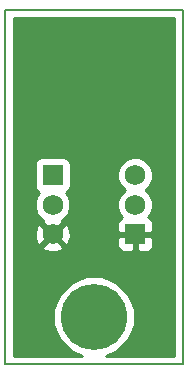
<source format=gbr>
%TF.GenerationSoftware,KiCad,Pcbnew,(5.0.0)*%
%TF.CreationDate,2018-12-15T00:02:50+01:00*%
%TF.ProjectId,addressable_led_board_V1.0,6164647265737361626C655F6C65645F,rev?*%
%TF.SameCoordinates,Original*%
%TF.FileFunction,Copper,L1,Top,Signal*%
%TF.FilePolarity,Positive*%
%FSLAX46Y46*%
G04 Gerber Fmt 4.6, Leading zero omitted, Abs format (unit mm)*
G04 Created by KiCad (PCBNEW (5.0.0)) date 12/15/18 00:02:50*
%MOMM*%
%LPD*%
G01*
G04 APERTURE LIST*
%ADD10C,0.150000*%
%ADD11C,5.600000*%
%ADD12R,1.750000X1.750000*%
%ADD13C,1.750000*%
%ADD14C,0.600000*%
%ADD15C,0.750000*%
%ADD16C,0.254000*%
G04 APERTURE END LIST*
D10*
X15000000Y-45000000D02*
X15000000Y-15000000D01*
X30000000Y-45000000D02*
X15000000Y-45000000D01*
X30000000Y-15000000D02*
X30000000Y-45000000D01*
X15000000Y-15000000D02*
X30000000Y-15000000D01*
D11*
X22500000Y-41000000D03*
D12*
X19000000Y-29000000D03*
D13*
X19000000Y-31500000D03*
X19000000Y-34000000D03*
D12*
X26000000Y-34000000D03*
D13*
X26000000Y-31500000D03*
X26000000Y-29000000D03*
D14*
X19800000Y-21250000D03*
D15*
X19800000Y-21250000D02*
X19750000Y-21250000D01*
D16*
G36*
X29290001Y-44290000D02*
X23533325Y-44290000D01*
X24445771Y-43912053D01*
X25412053Y-42945771D01*
X25935000Y-41683264D01*
X25935000Y-40316736D01*
X25412053Y-39054229D01*
X24445771Y-38087947D01*
X23183264Y-37565000D01*
X21816736Y-37565000D01*
X20554229Y-38087947D01*
X19587947Y-39054229D01*
X19065000Y-40316736D01*
X19065000Y-41683264D01*
X19587947Y-42945771D01*
X20554229Y-43912053D01*
X21466675Y-44290000D01*
X15710000Y-44290000D01*
X15710000Y-35062060D01*
X18117545Y-35062060D01*
X18200884Y-35315953D01*
X18765306Y-35521590D01*
X19365458Y-35495579D01*
X19799116Y-35315953D01*
X19882455Y-35062060D01*
X19000000Y-34179605D01*
X18117545Y-35062060D01*
X15710000Y-35062060D01*
X15710000Y-33765306D01*
X17478410Y-33765306D01*
X17504421Y-34365458D01*
X17684047Y-34799116D01*
X17937940Y-34882455D01*
X18820395Y-34000000D01*
X19179605Y-34000000D01*
X20062060Y-34882455D01*
X20315953Y-34799116D01*
X20502988Y-34285750D01*
X24490000Y-34285750D01*
X24490000Y-35001309D01*
X24586673Y-35234698D01*
X24765301Y-35413327D01*
X24998690Y-35510000D01*
X25714250Y-35510000D01*
X25873000Y-35351250D01*
X25873000Y-34127000D01*
X26127000Y-34127000D01*
X26127000Y-35351250D01*
X26285750Y-35510000D01*
X27001310Y-35510000D01*
X27234699Y-35413327D01*
X27413327Y-35234698D01*
X27510000Y-35001309D01*
X27510000Y-34285750D01*
X27351250Y-34127000D01*
X26127000Y-34127000D01*
X25873000Y-34127000D01*
X24648750Y-34127000D01*
X24490000Y-34285750D01*
X20502988Y-34285750D01*
X20521590Y-34234694D01*
X20495579Y-33634542D01*
X20315953Y-33200884D01*
X20062060Y-33117545D01*
X19179605Y-34000000D01*
X18820395Y-34000000D01*
X17937940Y-33117545D01*
X17684047Y-33200884D01*
X17478410Y-33765306D01*
X15710000Y-33765306D01*
X15710000Y-28125000D01*
X17477560Y-28125000D01*
X17477560Y-29875000D01*
X17526843Y-30122765D01*
X17667191Y-30332809D01*
X17877235Y-30473157D01*
X17889034Y-30475504D01*
X17719884Y-30644654D01*
X17490000Y-31199642D01*
X17490000Y-31800358D01*
X17719884Y-32355346D01*
X18144654Y-32780116D01*
X18166394Y-32789121D01*
X18117545Y-32937940D01*
X19000000Y-33820395D01*
X19882455Y-32937940D01*
X19833606Y-32789121D01*
X19855346Y-32780116D01*
X20280116Y-32355346D01*
X20510000Y-31800358D01*
X20510000Y-31199642D01*
X20280116Y-30644654D01*
X20110966Y-30475504D01*
X20122765Y-30473157D01*
X20332809Y-30332809D01*
X20473157Y-30122765D01*
X20522440Y-29875000D01*
X20522440Y-28699642D01*
X24490000Y-28699642D01*
X24490000Y-29300358D01*
X24719884Y-29855346D01*
X25114538Y-30250000D01*
X24719884Y-30644654D01*
X24490000Y-31199642D01*
X24490000Y-31800358D01*
X24719884Y-32355346D01*
X24896759Y-32532221D01*
X24765301Y-32586673D01*
X24586673Y-32765302D01*
X24490000Y-32998691D01*
X24490000Y-33714250D01*
X24648750Y-33873000D01*
X25873000Y-33873000D01*
X25873000Y-33853000D01*
X26127000Y-33853000D01*
X26127000Y-33873000D01*
X27351250Y-33873000D01*
X27510000Y-33714250D01*
X27510000Y-32998691D01*
X27413327Y-32765302D01*
X27234699Y-32586673D01*
X27103241Y-32532221D01*
X27280116Y-32355346D01*
X27510000Y-31800358D01*
X27510000Y-31199642D01*
X27280116Y-30644654D01*
X26885462Y-30250000D01*
X27280116Y-29855346D01*
X27510000Y-29300358D01*
X27510000Y-28699642D01*
X27280116Y-28144654D01*
X26855346Y-27719884D01*
X26300358Y-27490000D01*
X25699642Y-27490000D01*
X25144654Y-27719884D01*
X24719884Y-28144654D01*
X24490000Y-28699642D01*
X20522440Y-28699642D01*
X20522440Y-28125000D01*
X20473157Y-27877235D01*
X20332809Y-27667191D01*
X20122765Y-27526843D01*
X19875000Y-27477560D01*
X18125000Y-27477560D01*
X17877235Y-27526843D01*
X17667191Y-27667191D01*
X17526843Y-27877235D01*
X17477560Y-28125000D01*
X15710000Y-28125000D01*
X15710000Y-15710000D01*
X29290000Y-15710000D01*
X29290001Y-44290000D01*
X29290001Y-44290000D01*
G37*
X29290001Y-44290000D02*
X23533325Y-44290000D01*
X24445771Y-43912053D01*
X25412053Y-42945771D01*
X25935000Y-41683264D01*
X25935000Y-40316736D01*
X25412053Y-39054229D01*
X24445771Y-38087947D01*
X23183264Y-37565000D01*
X21816736Y-37565000D01*
X20554229Y-38087947D01*
X19587947Y-39054229D01*
X19065000Y-40316736D01*
X19065000Y-41683264D01*
X19587947Y-42945771D01*
X20554229Y-43912053D01*
X21466675Y-44290000D01*
X15710000Y-44290000D01*
X15710000Y-35062060D01*
X18117545Y-35062060D01*
X18200884Y-35315953D01*
X18765306Y-35521590D01*
X19365458Y-35495579D01*
X19799116Y-35315953D01*
X19882455Y-35062060D01*
X19000000Y-34179605D01*
X18117545Y-35062060D01*
X15710000Y-35062060D01*
X15710000Y-33765306D01*
X17478410Y-33765306D01*
X17504421Y-34365458D01*
X17684047Y-34799116D01*
X17937940Y-34882455D01*
X18820395Y-34000000D01*
X19179605Y-34000000D01*
X20062060Y-34882455D01*
X20315953Y-34799116D01*
X20502988Y-34285750D01*
X24490000Y-34285750D01*
X24490000Y-35001309D01*
X24586673Y-35234698D01*
X24765301Y-35413327D01*
X24998690Y-35510000D01*
X25714250Y-35510000D01*
X25873000Y-35351250D01*
X25873000Y-34127000D01*
X26127000Y-34127000D01*
X26127000Y-35351250D01*
X26285750Y-35510000D01*
X27001310Y-35510000D01*
X27234699Y-35413327D01*
X27413327Y-35234698D01*
X27510000Y-35001309D01*
X27510000Y-34285750D01*
X27351250Y-34127000D01*
X26127000Y-34127000D01*
X25873000Y-34127000D01*
X24648750Y-34127000D01*
X24490000Y-34285750D01*
X20502988Y-34285750D01*
X20521590Y-34234694D01*
X20495579Y-33634542D01*
X20315953Y-33200884D01*
X20062060Y-33117545D01*
X19179605Y-34000000D01*
X18820395Y-34000000D01*
X17937940Y-33117545D01*
X17684047Y-33200884D01*
X17478410Y-33765306D01*
X15710000Y-33765306D01*
X15710000Y-28125000D01*
X17477560Y-28125000D01*
X17477560Y-29875000D01*
X17526843Y-30122765D01*
X17667191Y-30332809D01*
X17877235Y-30473157D01*
X17889034Y-30475504D01*
X17719884Y-30644654D01*
X17490000Y-31199642D01*
X17490000Y-31800358D01*
X17719884Y-32355346D01*
X18144654Y-32780116D01*
X18166394Y-32789121D01*
X18117545Y-32937940D01*
X19000000Y-33820395D01*
X19882455Y-32937940D01*
X19833606Y-32789121D01*
X19855346Y-32780116D01*
X20280116Y-32355346D01*
X20510000Y-31800358D01*
X20510000Y-31199642D01*
X20280116Y-30644654D01*
X20110966Y-30475504D01*
X20122765Y-30473157D01*
X20332809Y-30332809D01*
X20473157Y-30122765D01*
X20522440Y-29875000D01*
X20522440Y-28699642D01*
X24490000Y-28699642D01*
X24490000Y-29300358D01*
X24719884Y-29855346D01*
X25114538Y-30250000D01*
X24719884Y-30644654D01*
X24490000Y-31199642D01*
X24490000Y-31800358D01*
X24719884Y-32355346D01*
X24896759Y-32532221D01*
X24765301Y-32586673D01*
X24586673Y-32765302D01*
X24490000Y-32998691D01*
X24490000Y-33714250D01*
X24648750Y-33873000D01*
X25873000Y-33873000D01*
X25873000Y-33853000D01*
X26127000Y-33853000D01*
X26127000Y-33873000D01*
X27351250Y-33873000D01*
X27510000Y-33714250D01*
X27510000Y-32998691D01*
X27413327Y-32765302D01*
X27234699Y-32586673D01*
X27103241Y-32532221D01*
X27280116Y-32355346D01*
X27510000Y-31800358D01*
X27510000Y-31199642D01*
X27280116Y-30644654D01*
X26885462Y-30250000D01*
X27280116Y-29855346D01*
X27510000Y-29300358D01*
X27510000Y-28699642D01*
X27280116Y-28144654D01*
X26855346Y-27719884D01*
X26300358Y-27490000D01*
X25699642Y-27490000D01*
X25144654Y-27719884D01*
X24719884Y-28144654D01*
X24490000Y-28699642D01*
X20522440Y-28699642D01*
X20522440Y-28125000D01*
X20473157Y-27877235D01*
X20332809Y-27667191D01*
X20122765Y-27526843D01*
X19875000Y-27477560D01*
X18125000Y-27477560D01*
X17877235Y-27526843D01*
X17667191Y-27667191D01*
X17526843Y-27877235D01*
X17477560Y-28125000D01*
X15710000Y-28125000D01*
X15710000Y-15710000D01*
X29290000Y-15710000D01*
X29290001Y-44290000D01*
M02*

</source>
